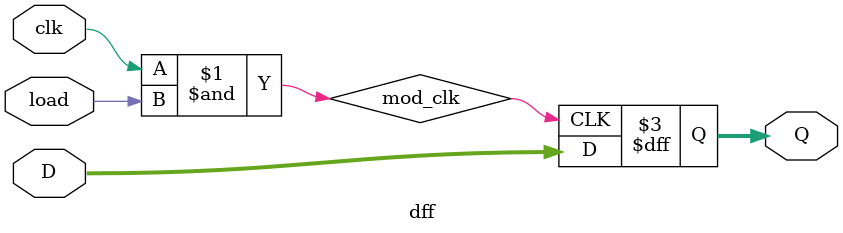
<source format=sv>
module dff(D, Q, clk, load);

   input logic[26:0] D;
   input logic clk, load;
   output logic [26:0] Q;
   
   logic mod_clk;
   
   assign mod_clk = clk & load;

   always @(posedge mod_clk) begin
      Q <= D;
   end

endmodule

</source>
